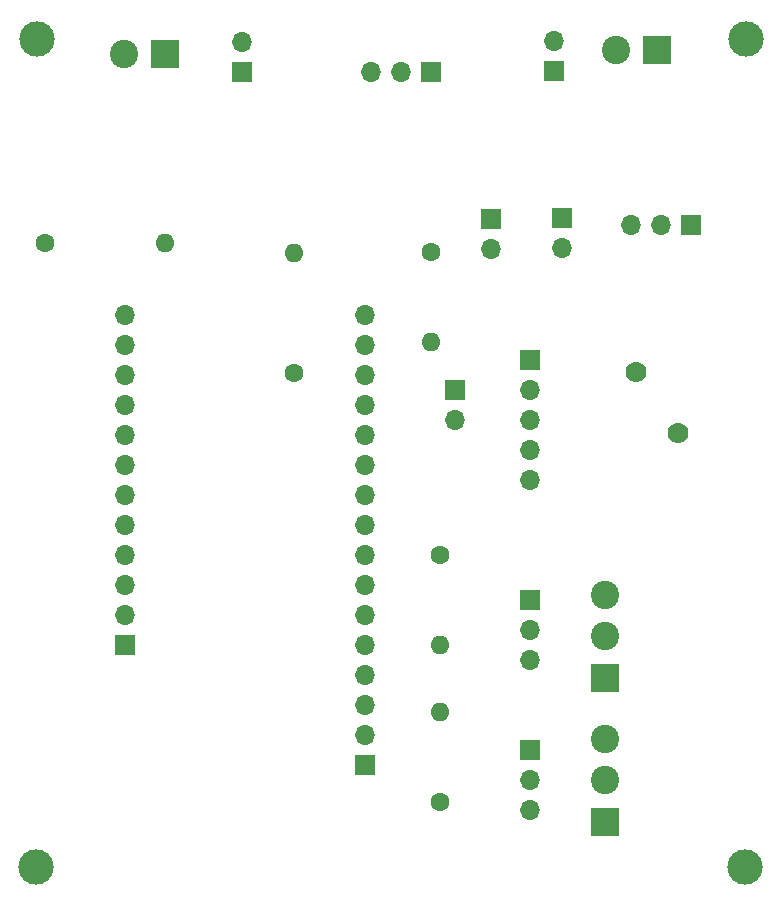
<source format=gbr>
G04 #@! TF.GenerationSoftware,KiCad,Pcbnew,5.1.2-f72e74a~84~ubuntu18.04.1*
G04 #@! TF.CreationDate,2019-07-30T15:07:21-04:00*
G04 #@! TF.ProjectId,knuth-gateway,6b6e7574-682d-4676-9174-657761792e6b,rev?*
G04 #@! TF.SameCoordinates,Original*
G04 #@! TF.FileFunction,Copper,L1,Top*
G04 #@! TF.FilePolarity,Positive*
%FSLAX46Y46*%
G04 Gerber Fmt 4.6, Leading zero omitted, Abs format (unit mm)*
G04 Created by KiCad (PCBNEW 5.1.2-f72e74a~84~ubuntu18.04.1) date 2019-07-30 15:07:21*
%MOMM*%
%LPD*%
G04 APERTURE LIST*
%ADD10R,1.700000X1.700000*%
%ADD11O,1.700000X1.700000*%
%ADD12O,1.600000X1.600000*%
%ADD13C,1.600000*%
%ADD14C,2.400000*%
%ADD15R,2.400000X2.400000*%
%ADD16C,3.000000*%
%ADD17C,1.778000*%
G04 APERTURE END LIST*
D10*
X246380000Y-81280000D03*
D11*
X246380000Y-83820000D03*
D10*
X252730000Y-78740000D03*
D11*
X252730000Y-81280000D03*
X252730000Y-83820000D03*
X252730000Y-86360000D03*
X252730000Y-88900000D03*
X252730000Y-116840000D03*
X252730000Y-114300000D03*
D10*
X252730000Y-111760000D03*
X252730000Y-99060000D03*
D11*
X252730000Y-101600000D03*
X252730000Y-104140000D03*
D10*
X218440000Y-102870000D03*
D11*
X218440000Y-100330000D03*
X218440000Y-97790000D03*
X218440000Y-95250000D03*
X218440000Y-92710000D03*
X218440000Y-90170000D03*
X218440000Y-87630000D03*
X218440000Y-85090000D03*
X218440000Y-82550000D03*
X218440000Y-80010000D03*
X218440000Y-77470000D03*
X218440000Y-74930000D03*
D10*
X238760000Y-113030000D03*
D11*
X238760000Y-110490000D03*
X238760000Y-107950000D03*
X238760000Y-105410000D03*
X238760000Y-102870000D03*
X238760000Y-100330000D03*
X238760000Y-97790000D03*
X238760000Y-95250000D03*
X238760000Y-92710000D03*
X238760000Y-90170000D03*
X238760000Y-87630000D03*
X238760000Y-85090000D03*
X238760000Y-82550000D03*
X238760000Y-80010000D03*
X238760000Y-77470000D03*
X238760000Y-74930000D03*
D10*
X266395200Y-67360800D03*
D11*
X263855200Y-67360800D03*
X261315200Y-67360800D03*
D12*
X244348000Y-77216000D03*
D13*
X244348000Y-69596000D03*
X245110000Y-95250000D03*
D12*
X245110000Y-102870000D03*
D13*
X245110000Y-116205000D03*
D12*
X245110000Y-108585000D03*
D10*
X249428000Y-66802000D03*
D11*
X249428000Y-69342000D03*
X255422400Y-69291200D03*
D10*
X255422400Y-66751200D03*
D14*
X259080000Y-110856000D03*
X259080000Y-114356000D03*
D15*
X259080000Y-117856000D03*
D14*
X259080000Y-98664000D03*
X259080000Y-102164000D03*
D15*
X259080000Y-105664000D03*
D10*
X244348000Y-54419500D03*
D11*
X241808000Y-54419500D03*
X239268000Y-54419500D03*
X254762000Y-51752500D03*
D10*
X254762000Y-54292500D03*
X228346000Y-54419500D03*
D11*
X228346000Y-51879500D03*
D14*
X260025000Y-52514500D03*
D15*
X263525000Y-52514500D03*
X221869000Y-52895500D03*
D14*
X218369000Y-52895500D03*
D13*
X211709000Y-68834000D03*
D12*
X221869000Y-68834000D03*
X232791000Y-69723000D03*
D13*
X232791000Y-79883000D03*
D16*
X270954500Y-121666000D03*
X210947000Y-121666000D03*
X211010500Y-51625500D03*
X271018000Y-51625500D03*
D17*
X265303000Y-84963000D03*
X261683500Y-79756000D03*
M02*

</source>
